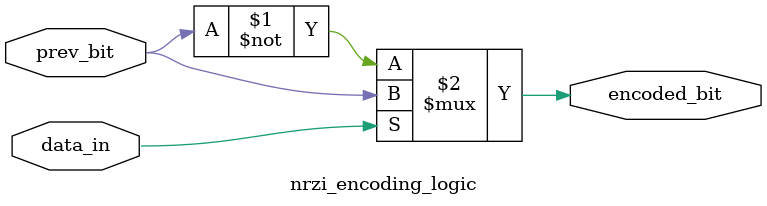
<source format=sv>

module usb_nrzi_encoder (
    input  wire clk,   // System clock
    input  wire en,    // Enable signal
    input  wire data,  // Input data to encode
    output reg  tx     // NRZI encoded output
);
    // Internal signals
    wire nrzi_bit;
    reg  last_bit;
    
    // Instantiate the NRZI encoding logic module
    nrzi_encoding_logic nrzi_logic_inst (
        .data_in      (data),
        .prev_bit     (last_bit),
        .encoded_bit  (nrzi_bit)
    );
    
    // Clock domain logic for state management
    always @(posedge clk) begin
        if (en) begin
            tx <= nrzi_bit;
            last_bit <= nrzi_bit;
        end
    end
endmodule

//-----------------------------------------------------------------------------
// NRZI Encoding Logic Module - Combinational logic for NRZI encoding
//-----------------------------------------------------------------------------
module nrzi_encoding_logic (
    input  wire data_in,    // Input data bit
    input  wire prev_bit,   // Previous encoded bit
    output wire encoded_bit // Newly encoded bit
);
    // NRZI encoding rule:
    // - If data_in is 1, output same as previous bit
    // - If data_in is 0, output inverted previous bit
    assign encoded_bit = data_in ? prev_bit : ~prev_bit;
endmodule
</source>
